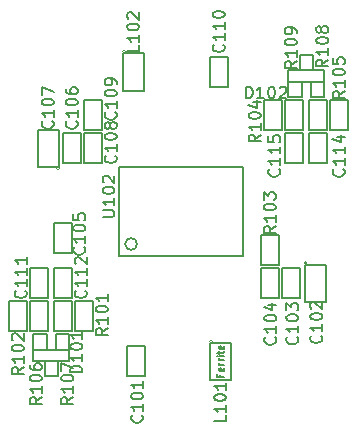
<source format=gbr>
G04 #@! TF.GenerationSoftware,KiCad,Pcbnew,5.1.5+dfsg1-2build2*
G04 #@! TF.CreationDate,2021-01-26T01:31:42+03:00*
G04 #@! TF.ProjectId,usb_ISO,7573625f-4953-44f2-9e6b-696361645f70,rev?*
G04 #@! TF.SameCoordinates,Original*
G04 #@! TF.FileFunction,Legend,Top*
G04 #@! TF.FilePolarity,Positive*
%FSLAX46Y46*%
G04 Gerber Fmt 4.6, Leading zero omitted, Abs format (unit mm)*
G04 Created by KiCad (PCBNEW 5.1.5+dfsg1-2build2) date 2021-01-26 01:31:42*
%MOMM*%
%LPD*%
G04 APERTURE LIST*
%ADD10C,0.127000*%
%ADD11C,0.099060*%
%ADD12C,0.200000*%
%ADD13C,0.190000*%
%ADD14C,0.140000*%
%ADD15C,0.150000*%
G04 APERTURE END LIST*
D10*
X124968000Y-92456000D02*
X124968000Y-94996000D01*
X124968000Y-94996000D02*
X123444000Y-94996000D01*
X123444000Y-94996000D02*
X123444000Y-92456000D01*
X123444000Y-92456000D02*
X124968000Y-92456000D01*
X125349000Y-92138500D02*
X125349000Y-95313500D01*
X127127000Y-95313500D02*
X127127000Y-92138500D01*
X127127000Y-92138500D02*
X125349000Y-92138500D01*
X125349000Y-95313500D02*
X127127000Y-95313500D01*
D11*
X125539500Y-92011500D02*
G75*
G03X125539500Y-92011500I-127000J0D01*
G01*
D10*
X123190000Y-89662000D02*
X123190000Y-92202000D01*
X123190000Y-92202000D02*
X121666000Y-92202000D01*
X121666000Y-92202000D02*
X121666000Y-89662000D01*
X121666000Y-89662000D02*
X123190000Y-89662000D01*
X123190000Y-94996000D02*
X121666000Y-94996000D01*
X123190000Y-92456000D02*
X123190000Y-94996000D01*
X121666000Y-92456000D02*
X123190000Y-92456000D01*
X121666000Y-94996000D02*
X121666000Y-92456000D01*
X110314000Y-99043000D02*
X111838000Y-99043000D01*
X110314000Y-101583000D02*
X110314000Y-99043000D01*
X111838000Y-101583000D02*
X110314000Y-101583000D01*
X111838000Y-99043000D02*
X111838000Y-101583000D01*
X105664000Y-88646000D02*
X105664000Y-91186000D01*
X105664000Y-91186000D02*
X104140000Y-91186000D01*
X104140000Y-91186000D02*
X104140000Y-88646000D01*
X104140000Y-88646000D02*
X105664000Y-88646000D01*
X106426000Y-83566000D02*
X104902000Y-83566000D01*
X106426000Y-81026000D02*
X106426000Y-83566000D01*
X104902000Y-81026000D02*
X106426000Y-81026000D01*
X104902000Y-83566000D02*
X104902000Y-81026000D01*
X108204000Y-83566000D02*
X106680000Y-83566000D01*
X108204000Y-81026000D02*
X108204000Y-83566000D01*
X106680000Y-81026000D02*
X108204000Y-81026000D01*
X106680000Y-83566000D02*
X106680000Y-81026000D01*
X118808500Y-74549000D02*
X118808500Y-77089000D01*
X118808500Y-77089000D02*
X117284500Y-77089000D01*
X117284500Y-77089000D02*
X117284500Y-74549000D01*
X117284500Y-74549000D02*
X118808500Y-74549000D01*
X102362000Y-98044000D02*
X103505000Y-98044000D01*
X103505000Y-98044000D02*
X103505000Y-99377500D01*
X105410000Y-98044000D02*
X104267000Y-98044000D01*
X104267000Y-98044000D02*
X104267000Y-99377500D01*
X104457500Y-100330000D02*
X103314500Y-100330000D01*
X105410000Y-99377500D02*
X102362000Y-99377500D01*
X105410000Y-98044000D02*
X105410000Y-99377500D01*
X105410000Y-99377500D02*
X105410000Y-100330000D01*
X105410000Y-100330000D02*
X104457500Y-100330000D01*
X104457500Y-100330000D02*
X104457500Y-101600000D01*
X104457500Y-101600000D02*
X103314500Y-101600000D01*
X103314500Y-101600000D02*
X103314500Y-100330000D01*
X103314500Y-100330000D02*
X102362000Y-100330000D01*
X102362000Y-100330000D02*
X102362000Y-98044000D01*
X127000000Y-75692000D02*
X127000000Y-77978000D01*
X126047500Y-75692000D02*
X127000000Y-75692000D01*
X126047500Y-74422000D02*
X126047500Y-75692000D01*
X124904500Y-74422000D02*
X126047500Y-74422000D01*
X124904500Y-75692000D02*
X124904500Y-74422000D01*
X123952000Y-75692000D02*
X124904500Y-75692000D01*
X123952000Y-76644500D02*
X123952000Y-75692000D01*
X123952000Y-77978000D02*
X123952000Y-76644500D01*
X123952000Y-76644500D02*
X127000000Y-76644500D01*
X124904500Y-75692000D02*
X126047500Y-75692000D01*
X125095000Y-77978000D02*
X125095000Y-76644500D01*
X123952000Y-77978000D02*
X125095000Y-77978000D01*
X125857000Y-77978000D02*
X125857000Y-76644500D01*
X127000000Y-77978000D02*
X125857000Y-77978000D01*
X117348000Y-98742500D02*
X117348000Y-101917500D01*
X119126000Y-101917500D02*
X119126000Y-98742500D01*
X119126000Y-98742500D02*
X117348000Y-98742500D01*
X117348000Y-101917500D02*
X119126000Y-101917500D01*
D11*
X117538500Y-98615500D02*
G75*
G03X117538500Y-98615500I-127000J0D01*
G01*
X110172500Y-74104500D02*
G75*
G03X110172500Y-74104500I-127000J0D01*
G01*
D10*
X109982000Y-77406500D02*
X111760000Y-77406500D01*
X111760000Y-74231500D02*
X109982000Y-74231500D01*
X111760000Y-77406500D02*
X111760000Y-74231500D01*
X109982000Y-74231500D02*
X109982000Y-77406500D01*
X107442000Y-95250000D02*
X107442000Y-97790000D01*
X107442000Y-97790000D02*
X105918000Y-97790000D01*
X105918000Y-97790000D02*
X105918000Y-95250000D01*
X105918000Y-95250000D02*
X107442000Y-95250000D01*
X100330000Y-95250000D02*
X101854000Y-95250000D01*
X100330000Y-97790000D02*
X100330000Y-95250000D01*
X101854000Y-97790000D02*
X100330000Y-97790000D01*
X101854000Y-95250000D02*
X101854000Y-97790000D01*
X121920000Y-78232000D02*
X123444000Y-78232000D01*
X121920000Y-80772000D02*
X121920000Y-78232000D01*
X123444000Y-80772000D02*
X121920000Y-80772000D01*
X123444000Y-78232000D02*
X123444000Y-80772000D01*
D12*
X111150000Y-90380000D02*
G75*
G03X111150000Y-90380000I-500000J0D01*
G01*
X109650000Y-91380000D02*
X109650000Y-83880000D01*
X120150000Y-91380000D02*
X109650000Y-91380000D01*
X120150000Y-83880000D02*
X120150000Y-91380000D01*
X109650000Y-83880000D02*
X120150000Y-83880000D01*
D10*
X104521000Y-83883500D02*
X104521000Y-80708500D01*
X102743000Y-80708500D02*
X102743000Y-83883500D01*
X102743000Y-83883500D02*
X104521000Y-83883500D01*
X104521000Y-80708500D02*
X102743000Y-80708500D01*
D11*
X104584500Y-84010500D02*
G75*
G03X104584500Y-84010500I-127000J0D01*
G01*
D10*
X108204000Y-78232000D02*
X108204000Y-80772000D01*
X108204000Y-80772000D02*
X106680000Y-80772000D01*
X106680000Y-80772000D02*
X106680000Y-78232000D01*
X106680000Y-78232000D02*
X108204000Y-78232000D01*
X129032000Y-78232000D02*
X129032000Y-80772000D01*
X129032000Y-80772000D02*
X127508000Y-80772000D01*
X127508000Y-80772000D02*
X127508000Y-78232000D01*
X127508000Y-78232000D02*
X129032000Y-78232000D01*
X102108000Y-92456000D02*
X103632000Y-92456000D01*
X102108000Y-94996000D02*
X102108000Y-92456000D01*
X103632000Y-94996000D02*
X102108000Y-94996000D01*
X103632000Y-92456000D02*
X103632000Y-94996000D01*
X105664000Y-92456000D02*
X105664000Y-94996000D01*
X105664000Y-94996000D02*
X104140000Y-94996000D01*
X104140000Y-94996000D02*
X104140000Y-92456000D01*
X104140000Y-92456000D02*
X105664000Y-92456000D01*
X127254000Y-83566000D02*
X125730000Y-83566000D01*
X127254000Y-81026000D02*
X127254000Y-83566000D01*
X125730000Y-81026000D02*
X127254000Y-81026000D01*
X125730000Y-83566000D02*
X125730000Y-81026000D01*
X123698000Y-83566000D02*
X123698000Y-81026000D01*
X123698000Y-81026000D02*
X125222000Y-81026000D01*
X125222000Y-81026000D02*
X125222000Y-83566000D01*
X125222000Y-83566000D02*
X123698000Y-83566000D01*
X102108000Y-95250000D02*
X103632000Y-95250000D01*
X102108000Y-97790000D02*
X102108000Y-95250000D01*
X103632000Y-97790000D02*
X102108000Y-97790000D01*
X103632000Y-95250000D02*
X103632000Y-97790000D01*
X105664000Y-95250000D02*
X105664000Y-97790000D01*
X105664000Y-97790000D02*
X104140000Y-97790000D01*
X104140000Y-97790000D02*
X104140000Y-95250000D01*
X104140000Y-95250000D02*
X105664000Y-95250000D01*
X127254000Y-80772000D02*
X125730000Y-80772000D01*
X127254000Y-78232000D02*
X127254000Y-80772000D01*
X125730000Y-78232000D02*
X127254000Y-78232000D01*
X125730000Y-80772000D02*
X125730000Y-78232000D01*
X123698000Y-80772000D02*
X123698000Y-78232000D01*
X123698000Y-78232000D02*
X125222000Y-78232000D01*
X125222000Y-78232000D02*
X125222000Y-80772000D01*
X125222000Y-80772000D02*
X123698000Y-80772000D01*
D13*
X124690142Y-98248647D02*
X124737761Y-98296266D01*
X124785380Y-98439123D01*
X124785380Y-98534361D01*
X124737761Y-98677219D01*
X124642523Y-98772457D01*
X124547285Y-98820076D01*
X124356809Y-98867695D01*
X124213952Y-98867695D01*
X124023476Y-98820076D01*
X123928238Y-98772457D01*
X123833000Y-98677219D01*
X123785380Y-98534361D01*
X123785380Y-98439123D01*
X123833000Y-98296266D01*
X123880619Y-98248647D01*
X124785380Y-97296266D02*
X124785380Y-97867695D01*
X124785380Y-97581980D02*
X123785380Y-97581980D01*
X123928238Y-97677219D01*
X124023476Y-97772457D01*
X124071095Y-97867695D01*
X123785380Y-96677219D02*
X123785380Y-96581980D01*
X123833000Y-96486742D01*
X123880619Y-96439123D01*
X123975857Y-96391504D01*
X124166333Y-96343885D01*
X124404428Y-96343885D01*
X124594904Y-96391504D01*
X124690142Y-96439123D01*
X124737761Y-96486742D01*
X124785380Y-96581980D01*
X124785380Y-96677219D01*
X124737761Y-96772457D01*
X124690142Y-96820076D01*
X124594904Y-96867695D01*
X124404428Y-96915314D01*
X124166333Y-96915314D01*
X123975857Y-96867695D01*
X123880619Y-96820076D01*
X123833000Y-96772457D01*
X123785380Y-96677219D01*
X123785380Y-96010552D02*
X123785380Y-95391504D01*
X124166333Y-95724838D01*
X124166333Y-95581980D01*
X124213952Y-95486742D01*
X124261571Y-95439123D01*
X124356809Y-95391504D01*
X124594904Y-95391504D01*
X124690142Y-95439123D01*
X124737761Y-95486742D01*
X124785380Y-95581980D01*
X124785380Y-95867695D01*
X124737761Y-95962933D01*
X124690142Y-96010552D01*
X126722142Y-98147047D02*
X126769761Y-98194666D01*
X126817380Y-98337523D01*
X126817380Y-98432761D01*
X126769761Y-98575619D01*
X126674523Y-98670857D01*
X126579285Y-98718476D01*
X126388809Y-98766095D01*
X126245952Y-98766095D01*
X126055476Y-98718476D01*
X125960238Y-98670857D01*
X125865000Y-98575619D01*
X125817380Y-98432761D01*
X125817380Y-98337523D01*
X125865000Y-98194666D01*
X125912619Y-98147047D01*
X126817380Y-97194666D02*
X126817380Y-97766095D01*
X126817380Y-97480380D02*
X125817380Y-97480380D01*
X125960238Y-97575619D01*
X126055476Y-97670857D01*
X126103095Y-97766095D01*
X125817380Y-96575619D02*
X125817380Y-96480380D01*
X125865000Y-96385142D01*
X125912619Y-96337523D01*
X126007857Y-96289904D01*
X126198333Y-96242285D01*
X126436428Y-96242285D01*
X126626904Y-96289904D01*
X126722142Y-96337523D01*
X126769761Y-96385142D01*
X126817380Y-96480380D01*
X126817380Y-96575619D01*
X126769761Y-96670857D01*
X126722142Y-96718476D01*
X126626904Y-96766095D01*
X126436428Y-96813714D01*
X126198333Y-96813714D01*
X126007857Y-96766095D01*
X125912619Y-96718476D01*
X125865000Y-96670857D01*
X125817380Y-96575619D01*
X125912619Y-95861333D02*
X125865000Y-95813714D01*
X125817380Y-95718476D01*
X125817380Y-95480380D01*
X125865000Y-95385142D01*
X125912619Y-95337523D01*
X126007857Y-95289904D01*
X126103095Y-95289904D01*
X126245952Y-95337523D01*
X126817380Y-95908952D01*
X126817380Y-95289904D01*
X122880380Y-88876047D02*
X122404190Y-89209380D01*
X122880380Y-89447476D02*
X121880380Y-89447476D01*
X121880380Y-89066523D01*
X121928000Y-88971285D01*
X121975619Y-88923666D01*
X122070857Y-88876047D01*
X122213714Y-88876047D01*
X122308952Y-88923666D01*
X122356571Y-88971285D01*
X122404190Y-89066523D01*
X122404190Y-89447476D01*
X122880380Y-87923666D02*
X122880380Y-88495095D01*
X122880380Y-88209380D02*
X121880380Y-88209380D01*
X122023238Y-88304619D01*
X122118476Y-88399857D01*
X122166095Y-88495095D01*
X121880380Y-87304619D02*
X121880380Y-87209380D01*
X121928000Y-87114142D01*
X121975619Y-87066523D01*
X122070857Y-87018904D01*
X122261333Y-86971285D01*
X122499428Y-86971285D01*
X122689904Y-87018904D01*
X122785142Y-87066523D01*
X122832761Y-87114142D01*
X122880380Y-87209380D01*
X122880380Y-87304619D01*
X122832761Y-87399857D01*
X122785142Y-87447476D01*
X122689904Y-87495095D01*
X122499428Y-87542714D01*
X122261333Y-87542714D01*
X122070857Y-87495095D01*
X121975619Y-87447476D01*
X121928000Y-87399857D01*
X121880380Y-87304619D01*
X121880380Y-86637952D02*
X121880380Y-86018904D01*
X122261333Y-86352238D01*
X122261333Y-86209380D01*
X122308952Y-86114142D01*
X122356571Y-86066523D01*
X122451809Y-86018904D01*
X122689904Y-86018904D01*
X122785142Y-86066523D01*
X122832761Y-86114142D01*
X122880380Y-86209380D01*
X122880380Y-86495095D01*
X122832761Y-86590333D01*
X122785142Y-86637952D01*
X122835942Y-98274047D02*
X122883561Y-98321666D01*
X122931180Y-98464523D01*
X122931180Y-98559761D01*
X122883561Y-98702619D01*
X122788323Y-98797857D01*
X122693085Y-98845476D01*
X122502609Y-98893095D01*
X122359752Y-98893095D01*
X122169276Y-98845476D01*
X122074038Y-98797857D01*
X121978800Y-98702619D01*
X121931180Y-98559761D01*
X121931180Y-98464523D01*
X121978800Y-98321666D01*
X122026419Y-98274047D01*
X122931180Y-97321666D02*
X122931180Y-97893095D01*
X122931180Y-97607380D02*
X121931180Y-97607380D01*
X122074038Y-97702619D01*
X122169276Y-97797857D01*
X122216895Y-97893095D01*
X121931180Y-96702619D02*
X121931180Y-96607380D01*
X121978800Y-96512142D01*
X122026419Y-96464523D01*
X122121657Y-96416904D01*
X122312133Y-96369285D01*
X122550228Y-96369285D01*
X122740704Y-96416904D01*
X122835942Y-96464523D01*
X122883561Y-96512142D01*
X122931180Y-96607380D01*
X122931180Y-96702619D01*
X122883561Y-96797857D01*
X122835942Y-96845476D01*
X122740704Y-96893095D01*
X122550228Y-96940714D01*
X122312133Y-96940714D01*
X122121657Y-96893095D01*
X122026419Y-96845476D01*
X121978800Y-96797857D01*
X121931180Y-96702619D01*
X122264514Y-95512142D02*
X122931180Y-95512142D01*
X121883561Y-95750238D02*
X122597847Y-95988333D01*
X122597847Y-95369285D01*
X111545642Y-104878047D02*
X111593261Y-104925666D01*
X111640880Y-105068523D01*
X111640880Y-105163761D01*
X111593261Y-105306619D01*
X111498023Y-105401857D01*
X111402785Y-105449476D01*
X111212309Y-105497095D01*
X111069452Y-105497095D01*
X110878976Y-105449476D01*
X110783738Y-105401857D01*
X110688500Y-105306619D01*
X110640880Y-105163761D01*
X110640880Y-105068523D01*
X110688500Y-104925666D01*
X110736119Y-104878047D01*
X111640880Y-103925666D02*
X111640880Y-104497095D01*
X111640880Y-104211380D02*
X110640880Y-104211380D01*
X110783738Y-104306619D01*
X110878976Y-104401857D01*
X110926595Y-104497095D01*
X110640880Y-103306619D02*
X110640880Y-103211380D01*
X110688500Y-103116142D01*
X110736119Y-103068523D01*
X110831357Y-103020904D01*
X111021833Y-102973285D01*
X111259928Y-102973285D01*
X111450404Y-103020904D01*
X111545642Y-103068523D01*
X111593261Y-103116142D01*
X111640880Y-103211380D01*
X111640880Y-103306619D01*
X111593261Y-103401857D01*
X111545642Y-103449476D01*
X111450404Y-103497095D01*
X111259928Y-103544714D01*
X111021833Y-103544714D01*
X110831357Y-103497095D01*
X110736119Y-103449476D01*
X110688500Y-103401857D01*
X110640880Y-103306619D01*
X111640880Y-102020904D02*
X111640880Y-102592333D01*
X111640880Y-102306619D02*
X110640880Y-102306619D01*
X110783738Y-102401857D01*
X110878976Y-102497095D01*
X110926595Y-102592333D01*
X106656142Y-90654047D02*
X106703761Y-90701666D01*
X106751380Y-90844523D01*
X106751380Y-90939761D01*
X106703761Y-91082619D01*
X106608523Y-91177857D01*
X106513285Y-91225476D01*
X106322809Y-91273095D01*
X106179952Y-91273095D01*
X105989476Y-91225476D01*
X105894238Y-91177857D01*
X105799000Y-91082619D01*
X105751380Y-90939761D01*
X105751380Y-90844523D01*
X105799000Y-90701666D01*
X105846619Y-90654047D01*
X106751380Y-89701666D02*
X106751380Y-90273095D01*
X106751380Y-89987380D02*
X105751380Y-89987380D01*
X105894238Y-90082619D01*
X105989476Y-90177857D01*
X106037095Y-90273095D01*
X105751380Y-89082619D02*
X105751380Y-88987380D01*
X105799000Y-88892142D01*
X105846619Y-88844523D01*
X105941857Y-88796904D01*
X106132333Y-88749285D01*
X106370428Y-88749285D01*
X106560904Y-88796904D01*
X106656142Y-88844523D01*
X106703761Y-88892142D01*
X106751380Y-88987380D01*
X106751380Y-89082619D01*
X106703761Y-89177857D01*
X106656142Y-89225476D01*
X106560904Y-89273095D01*
X106370428Y-89320714D01*
X106132333Y-89320714D01*
X105941857Y-89273095D01*
X105846619Y-89225476D01*
X105799000Y-89177857D01*
X105751380Y-89082619D01*
X105751380Y-87844523D02*
X105751380Y-88320714D01*
X106227571Y-88368333D01*
X106179952Y-88320714D01*
X106132333Y-88225476D01*
X106132333Y-87987380D01*
X106179952Y-87892142D01*
X106227571Y-87844523D01*
X106322809Y-87796904D01*
X106560904Y-87796904D01*
X106656142Y-87844523D01*
X106703761Y-87892142D01*
X106751380Y-87987380D01*
X106751380Y-88225476D01*
X106703761Y-88320714D01*
X106656142Y-88368333D01*
X106021142Y-79986047D02*
X106068761Y-80033666D01*
X106116380Y-80176523D01*
X106116380Y-80271761D01*
X106068761Y-80414619D01*
X105973523Y-80509857D01*
X105878285Y-80557476D01*
X105687809Y-80605095D01*
X105544952Y-80605095D01*
X105354476Y-80557476D01*
X105259238Y-80509857D01*
X105164000Y-80414619D01*
X105116380Y-80271761D01*
X105116380Y-80176523D01*
X105164000Y-80033666D01*
X105211619Y-79986047D01*
X106116380Y-79033666D02*
X106116380Y-79605095D01*
X106116380Y-79319380D02*
X105116380Y-79319380D01*
X105259238Y-79414619D01*
X105354476Y-79509857D01*
X105402095Y-79605095D01*
X105116380Y-78414619D02*
X105116380Y-78319380D01*
X105164000Y-78224142D01*
X105211619Y-78176523D01*
X105306857Y-78128904D01*
X105497333Y-78081285D01*
X105735428Y-78081285D01*
X105925904Y-78128904D01*
X106021142Y-78176523D01*
X106068761Y-78224142D01*
X106116380Y-78319380D01*
X106116380Y-78414619D01*
X106068761Y-78509857D01*
X106021142Y-78557476D01*
X105925904Y-78605095D01*
X105735428Y-78652714D01*
X105497333Y-78652714D01*
X105306857Y-78605095D01*
X105211619Y-78557476D01*
X105164000Y-78509857D01*
X105116380Y-78414619D01*
X105116380Y-77224142D02*
X105116380Y-77414619D01*
X105164000Y-77509857D01*
X105211619Y-77557476D01*
X105354476Y-77652714D01*
X105544952Y-77700333D01*
X105925904Y-77700333D01*
X106021142Y-77652714D01*
X106068761Y-77605095D01*
X106116380Y-77509857D01*
X106116380Y-77319380D01*
X106068761Y-77224142D01*
X106021142Y-77176523D01*
X105925904Y-77128904D01*
X105687809Y-77128904D01*
X105592571Y-77176523D01*
X105544952Y-77224142D01*
X105497333Y-77319380D01*
X105497333Y-77509857D01*
X105544952Y-77605095D01*
X105592571Y-77652714D01*
X105687809Y-77700333D01*
X109323142Y-82907047D02*
X109370761Y-82954666D01*
X109418380Y-83097523D01*
X109418380Y-83192761D01*
X109370761Y-83335619D01*
X109275523Y-83430857D01*
X109180285Y-83478476D01*
X108989809Y-83526095D01*
X108846952Y-83526095D01*
X108656476Y-83478476D01*
X108561238Y-83430857D01*
X108466000Y-83335619D01*
X108418380Y-83192761D01*
X108418380Y-83097523D01*
X108466000Y-82954666D01*
X108513619Y-82907047D01*
X109418380Y-81954666D02*
X109418380Y-82526095D01*
X109418380Y-82240380D02*
X108418380Y-82240380D01*
X108561238Y-82335619D01*
X108656476Y-82430857D01*
X108704095Y-82526095D01*
X108418380Y-81335619D02*
X108418380Y-81240380D01*
X108466000Y-81145142D01*
X108513619Y-81097523D01*
X108608857Y-81049904D01*
X108799333Y-81002285D01*
X109037428Y-81002285D01*
X109227904Y-81049904D01*
X109323142Y-81097523D01*
X109370761Y-81145142D01*
X109418380Y-81240380D01*
X109418380Y-81335619D01*
X109370761Y-81430857D01*
X109323142Y-81478476D01*
X109227904Y-81526095D01*
X109037428Y-81573714D01*
X108799333Y-81573714D01*
X108608857Y-81526095D01*
X108513619Y-81478476D01*
X108466000Y-81430857D01*
X108418380Y-81335619D01*
X108846952Y-80430857D02*
X108799333Y-80526095D01*
X108751714Y-80573714D01*
X108656476Y-80621333D01*
X108608857Y-80621333D01*
X108513619Y-80573714D01*
X108466000Y-80526095D01*
X108418380Y-80430857D01*
X108418380Y-80240380D01*
X108466000Y-80145142D01*
X108513619Y-80097523D01*
X108608857Y-80049904D01*
X108656476Y-80049904D01*
X108751714Y-80097523D01*
X108799333Y-80145142D01*
X108846952Y-80240380D01*
X108846952Y-80430857D01*
X108894571Y-80526095D01*
X108942190Y-80573714D01*
X109037428Y-80621333D01*
X109227904Y-80621333D01*
X109323142Y-80573714D01*
X109370761Y-80526095D01*
X109418380Y-80430857D01*
X109418380Y-80240380D01*
X109370761Y-80145142D01*
X109323142Y-80097523D01*
X109227904Y-80049904D01*
X109037428Y-80049904D01*
X108942190Y-80097523D01*
X108894571Y-80145142D01*
X108846952Y-80240380D01*
X118467142Y-73509047D02*
X118514761Y-73556666D01*
X118562380Y-73699523D01*
X118562380Y-73794761D01*
X118514761Y-73937619D01*
X118419523Y-74032857D01*
X118324285Y-74080476D01*
X118133809Y-74128095D01*
X117990952Y-74128095D01*
X117800476Y-74080476D01*
X117705238Y-74032857D01*
X117610000Y-73937619D01*
X117562380Y-73794761D01*
X117562380Y-73699523D01*
X117610000Y-73556666D01*
X117657619Y-73509047D01*
X118562380Y-72556666D02*
X118562380Y-73128095D01*
X118562380Y-72842380D02*
X117562380Y-72842380D01*
X117705238Y-72937619D01*
X117800476Y-73032857D01*
X117848095Y-73128095D01*
X118562380Y-71604285D02*
X118562380Y-72175714D01*
X118562380Y-71890000D02*
X117562380Y-71890000D01*
X117705238Y-71985238D01*
X117800476Y-72080476D01*
X117848095Y-72175714D01*
X117562380Y-70985238D02*
X117562380Y-70890000D01*
X117610000Y-70794761D01*
X117657619Y-70747142D01*
X117752857Y-70699523D01*
X117943333Y-70651904D01*
X118181428Y-70651904D01*
X118371904Y-70699523D01*
X118467142Y-70747142D01*
X118514761Y-70794761D01*
X118562380Y-70890000D01*
X118562380Y-70985238D01*
X118514761Y-71080476D01*
X118467142Y-71128095D01*
X118371904Y-71175714D01*
X118181428Y-71223333D01*
X117943333Y-71223333D01*
X117752857Y-71175714D01*
X117657619Y-71128095D01*
X117610000Y-71080476D01*
X117562380Y-70985238D01*
X106497380Y-101258476D02*
X105497380Y-101258476D01*
X105497380Y-101020380D01*
X105545000Y-100877523D01*
X105640238Y-100782285D01*
X105735476Y-100734666D01*
X105925952Y-100687047D01*
X106068809Y-100687047D01*
X106259285Y-100734666D01*
X106354523Y-100782285D01*
X106449761Y-100877523D01*
X106497380Y-101020380D01*
X106497380Y-101258476D01*
X106497380Y-99734666D02*
X106497380Y-100306095D01*
X106497380Y-100020380D02*
X105497380Y-100020380D01*
X105640238Y-100115619D01*
X105735476Y-100210857D01*
X105783095Y-100306095D01*
X105497380Y-99115619D02*
X105497380Y-99020380D01*
X105545000Y-98925142D01*
X105592619Y-98877523D01*
X105687857Y-98829904D01*
X105878333Y-98782285D01*
X106116428Y-98782285D01*
X106306904Y-98829904D01*
X106402142Y-98877523D01*
X106449761Y-98925142D01*
X106497380Y-99020380D01*
X106497380Y-99115619D01*
X106449761Y-99210857D01*
X106402142Y-99258476D01*
X106306904Y-99306095D01*
X106116428Y-99353714D01*
X105878333Y-99353714D01*
X105687857Y-99306095D01*
X105592619Y-99258476D01*
X105545000Y-99210857D01*
X105497380Y-99115619D01*
X106497380Y-97829904D02*
X106497380Y-98401333D01*
X106497380Y-98115619D02*
X105497380Y-98115619D01*
X105640238Y-98210857D01*
X105735476Y-98306095D01*
X105783095Y-98401333D01*
X120356523Y-78049380D02*
X120356523Y-77049380D01*
X120594619Y-77049380D01*
X120737476Y-77097000D01*
X120832714Y-77192238D01*
X120880333Y-77287476D01*
X120927952Y-77477952D01*
X120927952Y-77620809D01*
X120880333Y-77811285D01*
X120832714Y-77906523D01*
X120737476Y-78001761D01*
X120594619Y-78049380D01*
X120356523Y-78049380D01*
X121880333Y-78049380D02*
X121308904Y-78049380D01*
X121594619Y-78049380D02*
X121594619Y-77049380D01*
X121499380Y-77192238D01*
X121404142Y-77287476D01*
X121308904Y-77335095D01*
X122499380Y-77049380D02*
X122594619Y-77049380D01*
X122689857Y-77097000D01*
X122737476Y-77144619D01*
X122785095Y-77239857D01*
X122832714Y-77430333D01*
X122832714Y-77668428D01*
X122785095Y-77858904D01*
X122737476Y-77954142D01*
X122689857Y-78001761D01*
X122594619Y-78049380D01*
X122499380Y-78049380D01*
X122404142Y-78001761D01*
X122356523Y-77954142D01*
X122308904Y-77858904D01*
X122261285Y-77668428D01*
X122261285Y-77430333D01*
X122308904Y-77239857D01*
X122356523Y-77144619D01*
X122404142Y-77097000D01*
X122499380Y-77049380D01*
X123213666Y-77144619D02*
X123261285Y-77097000D01*
X123356523Y-77049380D01*
X123594619Y-77049380D01*
X123689857Y-77097000D01*
X123737476Y-77144619D01*
X123785095Y-77239857D01*
X123785095Y-77335095D01*
X123737476Y-77477952D01*
X123166047Y-78049380D01*
X123785095Y-78049380D01*
X118674880Y-104895047D02*
X118674880Y-105371238D01*
X117674880Y-105371238D01*
X118674880Y-104037904D02*
X118674880Y-104609333D01*
X118674880Y-104323619D02*
X117674880Y-104323619D01*
X117817738Y-104418857D01*
X117912976Y-104514095D01*
X117960595Y-104609333D01*
X117674880Y-103418857D02*
X117674880Y-103323619D01*
X117722500Y-103228380D01*
X117770119Y-103180761D01*
X117865357Y-103133142D01*
X118055833Y-103085523D01*
X118293928Y-103085523D01*
X118484404Y-103133142D01*
X118579642Y-103180761D01*
X118627261Y-103228380D01*
X118674880Y-103323619D01*
X118674880Y-103418857D01*
X118627261Y-103514095D01*
X118579642Y-103561714D01*
X118484404Y-103609333D01*
X118293928Y-103656952D01*
X118055833Y-103656952D01*
X117865357Y-103609333D01*
X117770119Y-103561714D01*
X117722500Y-103514095D01*
X117674880Y-103418857D01*
X118674880Y-102133142D02*
X118674880Y-102704571D01*
X118674880Y-102418857D02*
X117674880Y-102418857D01*
X117817738Y-102514095D01*
X117912976Y-102609333D01*
X117960595Y-102704571D01*
D14*
X118194142Y-101444285D02*
X118194142Y-101644285D01*
X118508428Y-101644285D02*
X117908428Y-101644285D01*
X117908428Y-101358571D01*
X118479857Y-100901428D02*
X118508428Y-100958571D01*
X118508428Y-101072857D01*
X118479857Y-101130000D01*
X118422714Y-101158571D01*
X118194142Y-101158571D01*
X118137000Y-101130000D01*
X118108428Y-101072857D01*
X118108428Y-100958571D01*
X118137000Y-100901428D01*
X118194142Y-100872857D01*
X118251285Y-100872857D01*
X118308428Y-101158571D01*
X118508428Y-100615714D02*
X118108428Y-100615714D01*
X118222714Y-100615714D02*
X118165571Y-100587142D01*
X118137000Y-100558571D01*
X118108428Y-100501428D01*
X118108428Y-100444285D01*
X118508428Y-100244285D02*
X118108428Y-100244285D01*
X118222714Y-100244285D02*
X118165571Y-100215714D01*
X118137000Y-100187142D01*
X118108428Y-100130000D01*
X118108428Y-100072857D01*
X118508428Y-99872857D02*
X118108428Y-99872857D01*
X117908428Y-99872857D02*
X117937000Y-99901428D01*
X117965571Y-99872857D01*
X117937000Y-99844285D01*
X117908428Y-99872857D01*
X117965571Y-99872857D01*
X118108428Y-99672857D02*
X118108428Y-99444285D01*
X117908428Y-99587142D02*
X118422714Y-99587142D01*
X118479857Y-99558571D01*
X118508428Y-99501428D01*
X118508428Y-99444285D01*
X118479857Y-99015714D02*
X118508428Y-99072857D01*
X118508428Y-99187142D01*
X118479857Y-99244285D01*
X118422714Y-99272857D01*
X118194142Y-99272857D01*
X118137000Y-99244285D01*
X118108428Y-99187142D01*
X118108428Y-99072857D01*
X118137000Y-99015714D01*
X118194142Y-98987142D01*
X118251285Y-98987142D01*
X118308428Y-99272857D01*
D13*
X111308880Y-73526047D02*
X111308880Y-74002238D01*
X110308880Y-74002238D01*
X111308880Y-72668904D02*
X111308880Y-73240333D01*
X111308880Y-72954619D02*
X110308880Y-72954619D01*
X110451738Y-73049857D01*
X110546976Y-73145095D01*
X110594595Y-73240333D01*
X110308880Y-72049857D02*
X110308880Y-71954619D01*
X110356500Y-71859380D01*
X110404119Y-71811761D01*
X110499357Y-71764142D01*
X110689833Y-71716523D01*
X110927928Y-71716523D01*
X111118404Y-71764142D01*
X111213642Y-71811761D01*
X111261261Y-71859380D01*
X111308880Y-71954619D01*
X111308880Y-72049857D01*
X111261261Y-72145095D01*
X111213642Y-72192714D01*
X111118404Y-72240333D01*
X110927928Y-72287952D01*
X110689833Y-72287952D01*
X110499357Y-72240333D01*
X110404119Y-72192714D01*
X110356500Y-72145095D01*
X110308880Y-72049857D01*
X110404119Y-71335571D02*
X110356500Y-71287952D01*
X110308880Y-71192714D01*
X110308880Y-70954619D01*
X110356500Y-70859380D01*
X110404119Y-70811761D01*
X110499357Y-70764142D01*
X110594595Y-70764142D01*
X110737452Y-70811761D01*
X111308880Y-71383190D01*
X111308880Y-70764142D01*
X108656380Y-97512047D02*
X108180190Y-97845380D01*
X108656380Y-98083476D02*
X107656380Y-98083476D01*
X107656380Y-97702523D01*
X107704000Y-97607285D01*
X107751619Y-97559666D01*
X107846857Y-97512047D01*
X107989714Y-97512047D01*
X108084952Y-97559666D01*
X108132571Y-97607285D01*
X108180190Y-97702523D01*
X108180190Y-98083476D01*
X108656380Y-96559666D02*
X108656380Y-97131095D01*
X108656380Y-96845380D02*
X107656380Y-96845380D01*
X107799238Y-96940619D01*
X107894476Y-97035857D01*
X107942095Y-97131095D01*
X107656380Y-95940619D02*
X107656380Y-95845380D01*
X107704000Y-95750142D01*
X107751619Y-95702523D01*
X107846857Y-95654904D01*
X108037333Y-95607285D01*
X108275428Y-95607285D01*
X108465904Y-95654904D01*
X108561142Y-95702523D01*
X108608761Y-95750142D01*
X108656380Y-95845380D01*
X108656380Y-95940619D01*
X108608761Y-96035857D01*
X108561142Y-96083476D01*
X108465904Y-96131095D01*
X108275428Y-96178714D01*
X108037333Y-96178714D01*
X107846857Y-96131095D01*
X107751619Y-96083476D01*
X107704000Y-96035857D01*
X107656380Y-95940619D01*
X108656380Y-94654904D02*
X108656380Y-95226333D01*
X108656380Y-94940619D02*
X107656380Y-94940619D01*
X107799238Y-95035857D01*
X107894476Y-95131095D01*
X107942095Y-95226333D01*
X101544380Y-100814047D02*
X101068190Y-101147380D01*
X101544380Y-101385476D02*
X100544380Y-101385476D01*
X100544380Y-101004523D01*
X100592000Y-100909285D01*
X100639619Y-100861666D01*
X100734857Y-100814047D01*
X100877714Y-100814047D01*
X100972952Y-100861666D01*
X101020571Y-100909285D01*
X101068190Y-101004523D01*
X101068190Y-101385476D01*
X101544380Y-99861666D02*
X101544380Y-100433095D01*
X101544380Y-100147380D02*
X100544380Y-100147380D01*
X100687238Y-100242619D01*
X100782476Y-100337857D01*
X100830095Y-100433095D01*
X100544380Y-99242619D02*
X100544380Y-99147380D01*
X100592000Y-99052142D01*
X100639619Y-99004523D01*
X100734857Y-98956904D01*
X100925333Y-98909285D01*
X101163428Y-98909285D01*
X101353904Y-98956904D01*
X101449142Y-99004523D01*
X101496761Y-99052142D01*
X101544380Y-99147380D01*
X101544380Y-99242619D01*
X101496761Y-99337857D01*
X101449142Y-99385476D01*
X101353904Y-99433095D01*
X101163428Y-99480714D01*
X100925333Y-99480714D01*
X100734857Y-99433095D01*
X100639619Y-99385476D01*
X100592000Y-99337857D01*
X100544380Y-99242619D01*
X100639619Y-98528333D02*
X100592000Y-98480714D01*
X100544380Y-98385476D01*
X100544380Y-98147380D01*
X100592000Y-98052142D01*
X100639619Y-98004523D01*
X100734857Y-97956904D01*
X100830095Y-97956904D01*
X100972952Y-98004523D01*
X101544380Y-98575952D01*
X101544380Y-97956904D01*
X121610380Y-81129047D02*
X121134190Y-81462380D01*
X121610380Y-81700476D02*
X120610380Y-81700476D01*
X120610380Y-81319523D01*
X120658000Y-81224285D01*
X120705619Y-81176666D01*
X120800857Y-81129047D01*
X120943714Y-81129047D01*
X121038952Y-81176666D01*
X121086571Y-81224285D01*
X121134190Y-81319523D01*
X121134190Y-81700476D01*
X121610380Y-80176666D02*
X121610380Y-80748095D01*
X121610380Y-80462380D02*
X120610380Y-80462380D01*
X120753238Y-80557619D01*
X120848476Y-80652857D01*
X120896095Y-80748095D01*
X120610380Y-79557619D02*
X120610380Y-79462380D01*
X120658000Y-79367142D01*
X120705619Y-79319523D01*
X120800857Y-79271904D01*
X120991333Y-79224285D01*
X121229428Y-79224285D01*
X121419904Y-79271904D01*
X121515142Y-79319523D01*
X121562761Y-79367142D01*
X121610380Y-79462380D01*
X121610380Y-79557619D01*
X121562761Y-79652857D01*
X121515142Y-79700476D01*
X121419904Y-79748095D01*
X121229428Y-79795714D01*
X120991333Y-79795714D01*
X120800857Y-79748095D01*
X120705619Y-79700476D01*
X120658000Y-79652857D01*
X120610380Y-79557619D01*
X120943714Y-78367142D02*
X121610380Y-78367142D01*
X120562761Y-78605238D02*
X121277047Y-78843333D01*
X121277047Y-78224285D01*
D15*
X108227880Y-88074285D02*
X109037404Y-88074285D01*
X109132642Y-88026666D01*
X109180261Y-87979047D01*
X109227880Y-87883809D01*
X109227880Y-87693333D01*
X109180261Y-87598095D01*
X109132642Y-87550476D01*
X109037404Y-87502857D01*
X108227880Y-87502857D01*
X109227880Y-86502857D02*
X109227880Y-87074285D01*
X109227880Y-86788571D02*
X108227880Y-86788571D01*
X108370738Y-86883809D01*
X108465976Y-86979047D01*
X108513595Y-87074285D01*
X108227880Y-85883809D02*
X108227880Y-85788571D01*
X108275500Y-85693333D01*
X108323119Y-85645714D01*
X108418357Y-85598095D01*
X108608833Y-85550476D01*
X108846928Y-85550476D01*
X109037404Y-85598095D01*
X109132642Y-85645714D01*
X109180261Y-85693333D01*
X109227880Y-85788571D01*
X109227880Y-85883809D01*
X109180261Y-85979047D01*
X109132642Y-86026666D01*
X109037404Y-86074285D01*
X108846928Y-86121904D01*
X108608833Y-86121904D01*
X108418357Y-86074285D01*
X108323119Y-86026666D01*
X108275500Y-85979047D01*
X108227880Y-85883809D01*
X108323119Y-85169523D02*
X108275500Y-85121904D01*
X108227880Y-85026666D01*
X108227880Y-84788571D01*
X108275500Y-84693333D01*
X108323119Y-84645714D01*
X108418357Y-84598095D01*
X108513595Y-84598095D01*
X108656452Y-84645714D01*
X109227880Y-85217142D01*
X109227880Y-84598095D01*
D13*
X103989142Y-79986047D02*
X104036761Y-80033666D01*
X104084380Y-80176523D01*
X104084380Y-80271761D01*
X104036761Y-80414619D01*
X103941523Y-80509857D01*
X103846285Y-80557476D01*
X103655809Y-80605095D01*
X103512952Y-80605095D01*
X103322476Y-80557476D01*
X103227238Y-80509857D01*
X103132000Y-80414619D01*
X103084380Y-80271761D01*
X103084380Y-80176523D01*
X103132000Y-80033666D01*
X103179619Y-79986047D01*
X104084380Y-79033666D02*
X104084380Y-79605095D01*
X104084380Y-79319380D02*
X103084380Y-79319380D01*
X103227238Y-79414619D01*
X103322476Y-79509857D01*
X103370095Y-79605095D01*
X103084380Y-78414619D02*
X103084380Y-78319380D01*
X103132000Y-78224142D01*
X103179619Y-78176523D01*
X103274857Y-78128904D01*
X103465333Y-78081285D01*
X103703428Y-78081285D01*
X103893904Y-78128904D01*
X103989142Y-78176523D01*
X104036761Y-78224142D01*
X104084380Y-78319380D01*
X104084380Y-78414619D01*
X104036761Y-78509857D01*
X103989142Y-78557476D01*
X103893904Y-78605095D01*
X103703428Y-78652714D01*
X103465333Y-78652714D01*
X103274857Y-78605095D01*
X103179619Y-78557476D01*
X103132000Y-78509857D01*
X103084380Y-78414619D01*
X103084380Y-77747952D02*
X103084380Y-77081285D01*
X104084380Y-77509857D01*
X109323142Y-79224047D02*
X109370761Y-79271666D01*
X109418380Y-79414523D01*
X109418380Y-79509761D01*
X109370761Y-79652619D01*
X109275523Y-79747857D01*
X109180285Y-79795476D01*
X108989809Y-79843095D01*
X108846952Y-79843095D01*
X108656476Y-79795476D01*
X108561238Y-79747857D01*
X108466000Y-79652619D01*
X108418380Y-79509761D01*
X108418380Y-79414523D01*
X108466000Y-79271666D01*
X108513619Y-79224047D01*
X109418380Y-78271666D02*
X109418380Y-78843095D01*
X109418380Y-78557380D02*
X108418380Y-78557380D01*
X108561238Y-78652619D01*
X108656476Y-78747857D01*
X108704095Y-78843095D01*
X108418380Y-77652619D02*
X108418380Y-77557380D01*
X108466000Y-77462142D01*
X108513619Y-77414523D01*
X108608857Y-77366904D01*
X108799333Y-77319285D01*
X109037428Y-77319285D01*
X109227904Y-77366904D01*
X109323142Y-77414523D01*
X109370761Y-77462142D01*
X109418380Y-77557380D01*
X109418380Y-77652619D01*
X109370761Y-77747857D01*
X109323142Y-77795476D01*
X109227904Y-77843095D01*
X109037428Y-77890714D01*
X108799333Y-77890714D01*
X108608857Y-77843095D01*
X108513619Y-77795476D01*
X108466000Y-77747857D01*
X108418380Y-77652619D01*
X109418380Y-76843095D02*
X109418380Y-76652619D01*
X109370761Y-76557380D01*
X109323142Y-76509761D01*
X109180285Y-76414523D01*
X108989809Y-76366904D01*
X108608857Y-76366904D01*
X108513619Y-76414523D01*
X108466000Y-76462142D01*
X108418380Y-76557380D01*
X108418380Y-76747857D01*
X108466000Y-76843095D01*
X108513619Y-76890714D01*
X108608857Y-76938333D01*
X108846952Y-76938333D01*
X108942190Y-76890714D01*
X108989809Y-76843095D01*
X109037428Y-76747857D01*
X109037428Y-76557380D01*
X108989809Y-76462142D01*
X108942190Y-76414523D01*
X108846952Y-76366904D01*
X128722380Y-77446047D02*
X128246190Y-77779380D01*
X128722380Y-78017476D02*
X127722380Y-78017476D01*
X127722380Y-77636523D01*
X127770000Y-77541285D01*
X127817619Y-77493666D01*
X127912857Y-77446047D01*
X128055714Y-77446047D01*
X128150952Y-77493666D01*
X128198571Y-77541285D01*
X128246190Y-77636523D01*
X128246190Y-78017476D01*
X128722380Y-76493666D02*
X128722380Y-77065095D01*
X128722380Y-76779380D02*
X127722380Y-76779380D01*
X127865238Y-76874619D01*
X127960476Y-76969857D01*
X128008095Y-77065095D01*
X127722380Y-75874619D02*
X127722380Y-75779380D01*
X127770000Y-75684142D01*
X127817619Y-75636523D01*
X127912857Y-75588904D01*
X128103333Y-75541285D01*
X128341428Y-75541285D01*
X128531904Y-75588904D01*
X128627142Y-75636523D01*
X128674761Y-75684142D01*
X128722380Y-75779380D01*
X128722380Y-75874619D01*
X128674761Y-75969857D01*
X128627142Y-76017476D01*
X128531904Y-76065095D01*
X128341428Y-76112714D01*
X128103333Y-76112714D01*
X127912857Y-76065095D01*
X127817619Y-76017476D01*
X127770000Y-75969857D01*
X127722380Y-75874619D01*
X127722380Y-74636523D02*
X127722380Y-75112714D01*
X128198571Y-75160333D01*
X128150952Y-75112714D01*
X128103333Y-75017476D01*
X128103333Y-74779380D01*
X128150952Y-74684142D01*
X128198571Y-74636523D01*
X128293809Y-74588904D01*
X128531904Y-74588904D01*
X128627142Y-74636523D01*
X128674761Y-74684142D01*
X128722380Y-74779380D01*
X128722380Y-75017476D01*
X128674761Y-75112714D01*
X128627142Y-75160333D01*
X101703142Y-94337047D02*
X101750761Y-94384666D01*
X101798380Y-94527523D01*
X101798380Y-94622761D01*
X101750761Y-94765619D01*
X101655523Y-94860857D01*
X101560285Y-94908476D01*
X101369809Y-94956095D01*
X101226952Y-94956095D01*
X101036476Y-94908476D01*
X100941238Y-94860857D01*
X100846000Y-94765619D01*
X100798380Y-94622761D01*
X100798380Y-94527523D01*
X100846000Y-94384666D01*
X100893619Y-94337047D01*
X101798380Y-93384666D02*
X101798380Y-93956095D01*
X101798380Y-93670380D02*
X100798380Y-93670380D01*
X100941238Y-93765619D01*
X101036476Y-93860857D01*
X101084095Y-93956095D01*
X101798380Y-92432285D02*
X101798380Y-93003714D01*
X101798380Y-92718000D02*
X100798380Y-92718000D01*
X100941238Y-92813238D01*
X101036476Y-92908476D01*
X101084095Y-93003714D01*
X101798380Y-91479904D02*
X101798380Y-92051333D01*
X101798380Y-91765619D02*
X100798380Y-91765619D01*
X100941238Y-91860857D01*
X101036476Y-91956095D01*
X101084095Y-92051333D01*
X106783142Y-94337047D02*
X106830761Y-94384666D01*
X106878380Y-94527523D01*
X106878380Y-94622761D01*
X106830761Y-94765619D01*
X106735523Y-94860857D01*
X106640285Y-94908476D01*
X106449809Y-94956095D01*
X106306952Y-94956095D01*
X106116476Y-94908476D01*
X106021238Y-94860857D01*
X105926000Y-94765619D01*
X105878380Y-94622761D01*
X105878380Y-94527523D01*
X105926000Y-94384666D01*
X105973619Y-94337047D01*
X106878380Y-93384666D02*
X106878380Y-93956095D01*
X106878380Y-93670380D02*
X105878380Y-93670380D01*
X106021238Y-93765619D01*
X106116476Y-93860857D01*
X106164095Y-93956095D01*
X106878380Y-92432285D02*
X106878380Y-93003714D01*
X106878380Y-92718000D02*
X105878380Y-92718000D01*
X106021238Y-92813238D01*
X106116476Y-92908476D01*
X106164095Y-93003714D01*
X105973619Y-92051333D02*
X105926000Y-92003714D01*
X105878380Y-91908476D01*
X105878380Y-91670380D01*
X105926000Y-91575142D01*
X105973619Y-91527523D01*
X106068857Y-91479904D01*
X106164095Y-91479904D01*
X106306952Y-91527523D01*
X106878380Y-92098952D01*
X106878380Y-91479904D01*
X128627142Y-84050047D02*
X128674761Y-84097666D01*
X128722380Y-84240523D01*
X128722380Y-84335761D01*
X128674761Y-84478619D01*
X128579523Y-84573857D01*
X128484285Y-84621476D01*
X128293809Y-84669095D01*
X128150952Y-84669095D01*
X127960476Y-84621476D01*
X127865238Y-84573857D01*
X127770000Y-84478619D01*
X127722380Y-84335761D01*
X127722380Y-84240523D01*
X127770000Y-84097666D01*
X127817619Y-84050047D01*
X128722380Y-83097666D02*
X128722380Y-83669095D01*
X128722380Y-83383380D02*
X127722380Y-83383380D01*
X127865238Y-83478619D01*
X127960476Y-83573857D01*
X128008095Y-83669095D01*
X128722380Y-82145285D02*
X128722380Y-82716714D01*
X128722380Y-82431000D02*
X127722380Y-82431000D01*
X127865238Y-82526238D01*
X127960476Y-82621476D01*
X128008095Y-82716714D01*
X128055714Y-81288142D02*
X128722380Y-81288142D01*
X127674761Y-81526238D02*
X128389047Y-81764333D01*
X128389047Y-81145285D01*
X123166142Y-84050047D02*
X123213761Y-84097666D01*
X123261380Y-84240523D01*
X123261380Y-84335761D01*
X123213761Y-84478619D01*
X123118523Y-84573857D01*
X123023285Y-84621476D01*
X122832809Y-84669095D01*
X122689952Y-84669095D01*
X122499476Y-84621476D01*
X122404238Y-84573857D01*
X122309000Y-84478619D01*
X122261380Y-84335761D01*
X122261380Y-84240523D01*
X122309000Y-84097666D01*
X122356619Y-84050047D01*
X123261380Y-83097666D02*
X123261380Y-83669095D01*
X123261380Y-83383380D02*
X122261380Y-83383380D01*
X122404238Y-83478619D01*
X122499476Y-83573857D01*
X122547095Y-83669095D01*
X123261380Y-82145285D02*
X123261380Y-82716714D01*
X123261380Y-82431000D02*
X122261380Y-82431000D01*
X122404238Y-82526238D01*
X122499476Y-82621476D01*
X122547095Y-82716714D01*
X122261380Y-81240523D02*
X122261380Y-81716714D01*
X122737571Y-81764333D01*
X122689952Y-81716714D01*
X122642333Y-81621476D01*
X122642333Y-81383380D01*
X122689952Y-81288142D01*
X122737571Y-81240523D01*
X122832809Y-81192904D01*
X123070904Y-81192904D01*
X123166142Y-81240523D01*
X123213761Y-81288142D01*
X123261380Y-81383380D01*
X123261380Y-81621476D01*
X123213761Y-81716714D01*
X123166142Y-81764333D01*
X103068380Y-103354047D02*
X102592190Y-103687380D01*
X103068380Y-103925476D02*
X102068380Y-103925476D01*
X102068380Y-103544523D01*
X102116000Y-103449285D01*
X102163619Y-103401666D01*
X102258857Y-103354047D01*
X102401714Y-103354047D01*
X102496952Y-103401666D01*
X102544571Y-103449285D01*
X102592190Y-103544523D01*
X102592190Y-103925476D01*
X103068380Y-102401666D02*
X103068380Y-102973095D01*
X103068380Y-102687380D02*
X102068380Y-102687380D01*
X102211238Y-102782619D01*
X102306476Y-102877857D01*
X102354095Y-102973095D01*
X102068380Y-101782619D02*
X102068380Y-101687380D01*
X102116000Y-101592142D01*
X102163619Y-101544523D01*
X102258857Y-101496904D01*
X102449333Y-101449285D01*
X102687428Y-101449285D01*
X102877904Y-101496904D01*
X102973142Y-101544523D01*
X103020761Y-101592142D01*
X103068380Y-101687380D01*
X103068380Y-101782619D01*
X103020761Y-101877857D01*
X102973142Y-101925476D01*
X102877904Y-101973095D01*
X102687428Y-102020714D01*
X102449333Y-102020714D01*
X102258857Y-101973095D01*
X102163619Y-101925476D01*
X102116000Y-101877857D01*
X102068380Y-101782619D01*
X102068380Y-100592142D02*
X102068380Y-100782619D01*
X102116000Y-100877857D01*
X102163619Y-100925476D01*
X102306476Y-101020714D01*
X102496952Y-101068333D01*
X102877904Y-101068333D01*
X102973142Y-101020714D01*
X103020761Y-100973095D01*
X103068380Y-100877857D01*
X103068380Y-100687380D01*
X103020761Y-100592142D01*
X102973142Y-100544523D01*
X102877904Y-100496904D01*
X102639809Y-100496904D01*
X102544571Y-100544523D01*
X102496952Y-100592142D01*
X102449333Y-100687380D01*
X102449333Y-100877857D01*
X102496952Y-100973095D01*
X102544571Y-101020714D01*
X102639809Y-101068333D01*
X105735380Y-103354047D02*
X105259190Y-103687380D01*
X105735380Y-103925476D02*
X104735380Y-103925476D01*
X104735380Y-103544523D01*
X104783000Y-103449285D01*
X104830619Y-103401666D01*
X104925857Y-103354047D01*
X105068714Y-103354047D01*
X105163952Y-103401666D01*
X105211571Y-103449285D01*
X105259190Y-103544523D01*
X105259190Y-103925476D01*
X105735380Y-102401666D02*
X105735380Y-102973095D01*
X105735380Y-102687380D02*
X104735380Y-102687380D01*
X104878238Y-102782619D01*
X104973476Y-102877857D01*
X105021095Y-102973095D01*
X104735380Y-101782619D02*
X104735380Y-101687380D01*
X104783000Y-101592142D01*
X104830619Y-101544523D01*
X104925857Y-101496904D01*
X105116333Y-101449285D01*
X105354428Y-101449285D01*
X105544904Y-101496904D01*
X105640142Y-101544523D01*
X105687761Y-101592142D01*
X105735380Y-101687380D01*
X105735380Y-101782619D01*
X105687761Y-101877857D01*
X105640142Y-101925476D01*
X105544904Y-101973095D01*
X105354428Y-102020714D01*
X105116333Y-102020714D01*
X104925857Y-101973095D01*
X104830619Y-101925476D01*
X104783000Y-101877857D01*
X104735380Y-101782619D01*
X104735380Y-101115952D02*
X104735380Y-100449285D01*
X105735380Y-100877857D01*
X127325380Y-74779047D02*
X126849190Y-75112380D01*
X127325380Y-75350476D02*
X126325380Y-75350476D01*
X126325380Y-74969523D01*
X126373000Y-74874285D01*
X126420619Y-74826666D01*
X126515857Y-74779047D01*
X126658714Y-74779047D01*
X126753952Y-74826666D01*
X126801571Y-74874285D01*
X126849190Y-74969523D01*
X126849190Y-75350476D01*
X127325380Y-73826666D02*
X127325380Y-74398095D01*
X127325380Y-74112380D02*
X126325380Y-74112380D01*
X126468238Y-74207619D01*
X126563476Y-74302857D01*
X126611095Y-74398095D01*
X126325380Y-73207619D02*
X126325380Y-73112380D01*
X126373000Y-73017142D01*
X126420619Y-72969523D01*
X126515857Y-72921904D01*
X126706333Y-72874285D01*
X126944428Y-72874285D01*
X127134904Y-72921904D01*
X127230142Y-72969523D01*
X127277761Y-73017142D01*
X127325380Y-73112380D01*
X127325380Y-73207619D01*
X127277761Y-73302857D01*
X127230142Y-73350476D01*
X127134904Y-73398095D01*
X126944428Y-73445714D01*
X126706333Y-73445714D01*
X126515857Y-73398095D01*
X126420619Y-73350476D01*
X126373000Y-73302857D01*
X126325380Y-73207619D01*
X126753952Y-72302857D02*
X126706333Y-72398095D01*
X126658714Y-72445714D01*
X126563476Y-72493333D01*
X126515857Y-72493333D01*
X126420619Y-72445714D01*
X126373000Y-72398095D01*
X126325380Y-72302857D01*
X126325380Y-72112380D01*
X126373000Y-72017142D01*
X126420619Y-71969523D01*
X126515857Y-71921904D01*
X126563476Y-71921904D01*
X126658714Y-71969523D01*
X126706333Y-72017142D01*
X126753952Y-72112380D01*
X126753952Y-72302857D01*
X126801571Y-72398095D01*
X126849190Y-72445714D01*
X126944428Y-72493333D01*
X127134904Y-72493333D01*
X127230142Y-72445714D01*
X127277761Y-72398095D01*
X127325380Y-72302857D01*
X127325380Y-72112380D01*
X127277761Y-72017142D01*
X127230142Y-71969523D01*
X127134904Y-71921904D01*
X126944428Y-71921904D01*
X126849190Y-71969523D01*
X126801571Y-72017142D01*
X126753952Y-72112380D01*
X124658380Y-74906047D02*
X124182190Y-75239380D01*
X124658380Y-75477476D02*
X123658380Y-75477476D01*
X123658380Y-75096523D01*
X123706000Y-75001285D01*
X123753619Y-74953666D01*
X123848857Y-74906047D01*
X123991714Y-74906047D01*
X124086952Y-74953666D01*
X124134571Y-75001285D01*
X124182190Y-75096523D01*
X124182190Y-75477476D01*
X124658380Y-73953666D02*
X124658380Y-74525095D01*
X124658380Y-74239380D02*
X123658380Y-74239380D01*
X123801238Y-74334619D01*
X123896476Y-74429857D01*
X123944095Y-74525095D01*
X123658380Y-73334619D02*
X123658380Y-73239380D01*
X123706000Y-73144142D01*
X123753619Y-73096523D01*
X123848857Y-73048904D01*
X124039333Y-73001285D01*
X124277428Y-73001285D01*
X124467904Y-73048904D01*
X124563142Y-73096523D01*
X124610761Y-73144142D01*
X124658380Y-73239380D01*
X124658380Y-73334619D01*
X124610761Y-73429857D01*
X124563142Y-73477476D01*
X124467904Y-73525095D01*
X124277428Y-73572714D01*
X124039333Y-73572714D01*
X123848857Y-73525095D01*
X123753619Y-73477476D01*
X123706000Y-73429857D01*
X123658380Y-73334619D01*
X124658380Y-72525095D02*
X124658380Y-72334619D01*
X124610761Y-72239380D01*
X124563142Y-72191761D01*
X124420285Y-72096523D01*
X124229809Y-72048904D01*
X123848857Y-72048904D01*
X123753619Y-72096523D01*
X123706000Y-72144142D01*
X123658380Y-72239380D01*
X123658380Y-72429857D01*
X123706000Y-72525095D01*
X123753619Y-72572714D01*
X123848857Y-72620333D01*
X124086952Y-72620333D01*
X124182190Y-72572714D01*
X124229809Y-72525095D01*
X124277428Y-72429857D01*
X124277428Y-72239380D01*
X124229809Y-72144142D01*
X124182190Y-72096523D01*
X124086952Y-72048904D01*
M02*

</source>
